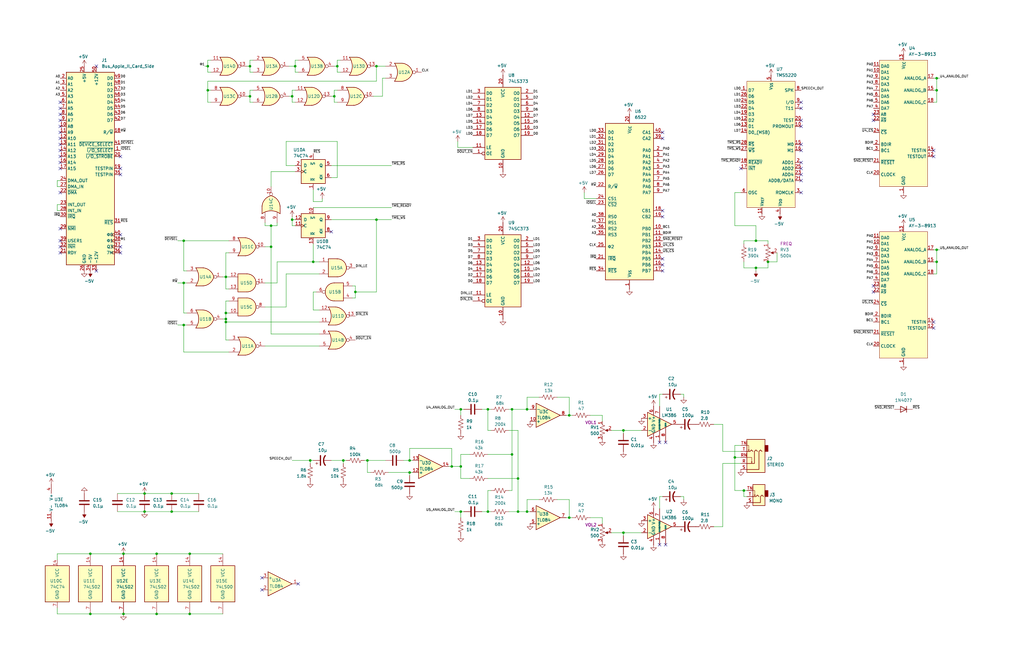
<source format=kicad_sch>
(kicad_sch (version 20231120) (generator "eeschema") (generator_version "8.0")
  (paper "USLedger")
  (title_block (title "Street Electronics ECHO+") (date "2024-07-22") (comment 2 "captured by Mark Aikens") (comment 3 "by Street Electronics Corp.") (comment 4 "Apple II Sound and Speech Synthesis card"))
  (junction (at 240.03 218.44))
  (junction (at 218.44 215.9))
  (junction (at 60.96 215.9))
  (junction (at 172.72 199.39))
  (junction (at 124.46 27.94))
  (junction (at 95.25 132.08))
  (junction (at 66.04 259.08))
  (junction (at 77.47 137.16))
  (junction (at 222.25 215.9))
  (junction (at 95.25 116.84))
  (junction (at 194.31 196.85))
  (junction (at 114.3 95.25))
  (junction (at 323.85 110.49))
  (junction (at 190.5 196.85))
  (junction (at 123.19 40.64))
  (junction (at 38.1 259.08))
  (junction (at 205.74 172.72))
  (junction (at 95.25 134.62))
  (junction (at 66.04 233.68))
  (junction (at 77.47 101.6))
  (junction (at 105.41 40.64))
  (junction (at 313.69 207.01))
  (junction (at 394.97 33.02))
  (junction (at 144.78 194.31))
  (junction (at 80.01 259.08))
  (junction (at 132.08 110.49))
  (junction (at 87.63 38.1))
  (junction (at 60.96 208.28))
  (junction (at 194.31 172.72))
  (junction (at 215.9 191.77))
  (junction (at 52.07 259.08))
  (junction (at 262.89 224.79))
  (junction (at 215.9 172.72))
  (junction (at 87.63 27.94))
  (junction (at 318.77 113.03))
  (junction (at 394.97 110.49))
  (junction (at 222.25 172.72))
  (junction (at 309.88 193.04))
  (junction (at 172.72 194.31))
  (junction (at 105.41 27.94))
  (junction (at 240.03 175.26))
  (junction (at 72.39 208.28))
  (junction (at 123.19 92.71))
  (junction (at 394.97 105.41))
  (junction (at 38.1 233.68))
  (junction (at 394.97 38.1))
  (junction (at 194.31 215.9))
  (junction (at 218.44 201.93))
  (junction (at 140.97 40.64))
  (junction (at 114.3 104.14))
  (junction (at 142.24 27.94))
  (junction (at 72.39 215.9))
  (junction (at 77.47 119.38))
  (junction (at 158.75 27.94))
  (junction (at 318.77 101.6))
  (junction (at 52.07 233.68))
  (junction (at 262.89 181.61))
  (junction (at 158.75 92.71))
  (junction (at 95.25 135.89))
  (junction (at 205.74 215.9))
  (junction (at 80.01 233.68))
  (junction (at 149.86 123.19))
  (junction (at 154.94 194.31))
  (junction (at 130.81 194.31))
  (no_connect (at 393.7 138.43))
  (no_connect (at 50.8 73.66))
  (no_connect (at 110.49 248.92))
  (no_connect (at 110.49 243.84))
  (no_connect (at 25.4 96.52))
  (no_connect (at 337.82 71.12))
  (no_connect (at 337.82 76.2))
  (no_connect (at 279.4 58.42))
  (no_connect (at 337.82 45.72))
  (no_connect (at 25.4 53.34))
  (no_connect (at 337.82 68.58))
  (no_connect (at 337.82 53.34))
  (no_connect (at 279.4 111.76))
  (no_connect (at 25.4 50.8))
  (no_connect (at 279.4 91.44))
  (no_connect (at 25.4 101.6))
  (no_connect (at 368.3 50.8))
  (no_connect (at 368.3 48.26))
  (no_connect (at 279.4 114.3))
  (no_connect (at 337.82 73.66))
  (no_connect (at 125.73 246.38))
  (no_connect (at 25.4 104.14))
  (no_connect (at 279.4 109.22))
  (no_connect (at 393.7 63.5))
  (no_connect (at 25.4 68.58))
  (no_connect (at 50.8 66.04))
  (no_connect (at 25.4 71.12))
  (no_connect (at 278.13 229.87))
  (no_connect (at 279.4 55.88))
  (no_connect (at 280.67 229.87))
  (no_connect (at 25.4 48.26))
  (no_connect (at 337.82 81.28))
  (no_connect (at 278.13 186.69))
  (no_connect (at 337.82 60.96))
  (no_connect (at 279.4 88.9))
  (no_connect (at 25.4 81.28))
  (no_connect (at 25.4 58.42))
  (no_connect (at 25.4 106.68))
  (no_connect (at 393.7 66.04))
  (no_connect (at 50.8 99.06))
  (no_connect (at 25.4 45.72))
  (no_connect (at 337.82 50.8))
  (no_connect (at 368.3 123.19))
  (no_connect (at 280.67 186.69))
  (no_connect (at 337.82 43.18))
  (no_connect (at 25.4 55.88))
  (no_connect (at 25.4 63.5))
  (no_connect (at 139.7 97.79))
  (no_connect (at 50.8 104.14))
  (no_connect (at 40.64 27.94))
  (no_connect (at 50.8 71.12))
  (no_connect (at 337.82 63.5))
  (no_connect (at 50.8 106.68))
  (no_connect (at 393.7 135.89))
  (no_connect (at 25.4 43.18))
  (no_connect (at 368.3 120.65))
  (no_connect (at 25.4 60.96))
  (no_connect (at 40.64 114.3))
  (no_connect (at 312.42 71.12))
  (no_connect (at 25.4 66.04))
  (wire (pts (xy 257.81 224.79) (xy 262.89 224.79)))
  (wire (pts (xy 87.63 43.18) (xy 88.9 43.18)))
  (wire (pts (xy 205.74 201.93) (xy 218.44 201.93)))
  (wire (pts (xy 218.44 215.9) (xy 222.25 215.9)))
  (wire (pts (xy 393.7 110.49) (xy 394.97 110.49)))
  (wire (pts (xy 288.29 210.82) (xy 288.29 209.55)))
  (wire (pts (xy 114.3 140.97) (xy 134.62 140.97)))
  (wire (pts (xy 124.46 92.71) (xy 123.19 92.71)))
  (wire (pts (xy 205.74 207.01) (xy 207.01 207.01)))
  (wire (pts (xy 288.29 209.55) (xy 287.02 209.55)))
  (wire (pts (xy 248.92 218.44) (xy 254 218.44)))
  (wire (pts (xy 80.01 259.08) (xy 93.98 259.08)))
  (wire (pts (xy 87.63 25.4) (xy 88.9 25.4)))
  (wire (pts (xy 172.72 199.39) (xy 172.72 200.66)))
  (wire (pts (xy 24.13 76.2) (xy 24.13 78.74)))
  (wire (pts (xy 313.69 207.01) (xy 313.69 209.55)))
  (wire (pts (xy 172.72 199.39) (xy 173.99 199.39)))
  (wire (pts (xy 111.76 104.14) (xy 114.3 104.14)))
  (wire (pts (xy 203.2 215.9) (xy 205.74 215.9)))
  (wire (pts (xy 144.78 194.31) (xy 146.05 194.31)))
  (wire (pts (xy 142.24 27.94) (xy 142.24 30.48)))
  (wire (pts (xy 278.13 209.55) (xy 279.4 209.55)))
  (wire (pts (xy 120.65 69.85) (xy 124.46 69.85)))
  (wire (pts (xy 121.92 40.64) (xy 123.19 40.64)))
  (wire (pts (xy 194.31 191.77) (xy 194.31 196.85)))
  (wire (pts (xy 95.25 134.62) (xy 95.25 132.08)))
  (wire (pts (xy 270.51 181.61) (xy 262.89 181.61)))
  (wire (pts (xy 161.29 33.02) (xy 162.56 33.02)))
  (wire (pts (xy 304.8 179.07) (xy 304.8 190.5)))
  (wire (pts (xy 142.24 25.4) (xy 142.24 27.94)))
  (wire (pts (xy 80.01 233.68) (xy 93.98 233.68)))
  (wire (pts (xy 304.8 222.25) (xy 300.99 222.25)))
  (wire (pts (xy 66.04 233.68) (xy 80.01 233.68)))
  (wire (pts (xy 66.04 259.08) (xy 80.01 259.08)))
  (wire (pts (xy 199.39 62.23) (xy 193.04 62.23)))
  (wire (pts (xy 105.41 30.48) (xy 106.68 30.48)))
  (wire (pts (xy 95.25 121.92) (xy 96.52 121.92)))
  (wire (pts (xy 77.47 137.16) (xy 78.74 137.16)))
  (wire (pts (xy 149.86 120.65) (xy 149.86 123.19)))
  (wire (pts (xy 74.93 137.16) (xy 77.47 137.16)))
  (wire (pts (xy 158.75 27.94) (xy 158.75 34.29)))
  (wire (pts (xy 304.8 190.5) (xy 312.42 190.5)))
  (wire (pts (xy 278.13 166.37) (xy 279.4 166.37)))
  (wire (pts (xy 87.63 34.29) (xy 158.75 34.29)))
  (wire (pts (xy 149.86 123.19) (xy 149.86 125.73)))
  (wire (pts (xy 194.31 196.85) (xy 194.31 201.93)))
  (wire (pts (xy 393.7 33.02) (xy 394.97 33.02)))
  (wire (pts (xy 318.77 113.03) (xy 318.77 114.3)))
  (wire (pts (xy 394.97 105.41) (xy 396.24 105.41)))
  (wire (pts (xy 309.88 187.96) (xy 309.88 193.04)))
  (wire (pts (xy 194.31 215.9) (xy 194.31 218.44)))
  (wire (pts (xy 140.97 27.94) (xy 142.24 27.94)))
  (wire (pts (xy 120.65 129.54) (xy 120.65 115.57)))
  (wire (pts (xy 222.25 167.64) (xy 227.33 167.64)))
  (wire (pts (xy 25.4 86.36) (xy 24.13 86.36)))
  (wire (pts (xy 191.77 215.9) (xy 194.31 215.9)))
  (wire (pts (xy 88.9 38.1) (xy 87.63 38.1)))
  (wire (pts (xy 87.63 27.94) (xy 87.63 25.4)))
  (wire (pts (xy 287.02 166.37) (xy 288.29 166.37)))
  (wire (pts (xy 52.07 259.08) (xy 66.04 259.08)))
  (wire (pts (xy 240.03 167.64) (xy 240.03 175.26)))
  (wire (pts (xy 218.44 181.61) (xy 218.44 201.93)))
  (wire (pts (xy 161.29 33.02) (xy 161.29 40.64)))
  (wire (pts (xy 154.94 194.31) (xy 162.56 194.31)))
  (wire (pts (xy 254 177.8) (xy 254 175.26)))
  (wire (pts (xy 93.98 134.62) (xy 95.25 134.62)))
  (wire (pts (xy 143.51 25.4) (xy 142.24 25.4)))
  (wire (pts (xy 132.08 130.81) (xy 134.62 130.81)))
  (wire (pts (xy 393.7 43.18) (xy 394.97 43.18)))
  (wire (pts (xy 314.96 209.55) (xy 313.69 209.55)))
  (wire (pts (xy 154.94 199.39) (xy 156.21 199.39)))
  (wire (pts (xy 203.2 172.72) (xy 205.74 172.72)))
  (wire (pts (xy 254 175.26) (xy 248.92 175.26)))
  (wire (pts (xy 222.25 172.72) (xy 223.52 172.72)))
  (wire (pts (xy 238.76 218.44) (xy 240.03 218.44)))
  (wire (pts (xy 123.19 38.1) (xy 123.19 40.64)))
  (wire (pts (xy 300.99 179.07) (xy 304.8 179.07)))
  (wire (pts (xy 132.08 102.87) (xy 132.08 110.49)))
  (wire (pts (xy 132.08 80.01) (xy 132.08 85.09)))
  (wire (pts (xy 313.69 110.49) (xy 313.69 113.03)))
  (wire (pts (xy 114.3 78.74) (xy 114.3 72.39)))
  (wire (pts (xy 278.13 214.63) (xy 278.13 209.55)))
  (wire (pts (xy 246.38 83.82) (xy 246.38 81.28)))
  (wire (pts (xy 148.59 125.73) (xy 149.86 125.73)))
  (wire (pts (xy 218.44 181.61) (xy 214.63 181.61)))
  (wire (pts (xy 215.9 172.72) (xy 215.9 191.77)))
  (wire (pts (xy 95.25 116.84) (xy 95.25 121.92)))
  (wire (pts (xy 393.7 38.1) (xy 394.97 38.1)))
  (wire (pts (xy 215.9 172.72) (xy 222.25 172.72)))
  (wire (pts (xy 139.7 92.71) (xy 158.75 92.71)))
  (wire (pts (xy 394.97 33.02) (xy 396.24 33.02)))
  (wire (pts (xy 309.88 207.01) (xy 313.69 207.01)))
  (wire (pts (xy 313.69 101.6) (xy 313.69 102.87)))
  (wire (pts (xy 135.89 85.09) (xy 132.08 85.09)))
  (wire (pts (xy 262.89 181.61) (xy 262.89 182.88)))
  (wire (pts (xy 234.95 167.64) (xy 240.03 167.64)))
  (wire (pts (xy 312.42 187.96) (xy 309.88 187.96)))
  (wire (pts (xy 327.66 106.68) (xy 327.66 110.49)))
  (wire (pts (xy 114.3 95.25) (xy 116.84 95.25)))
  (wire (pts (xy 309.88 193.04) (xy 312.42 193.04)))
  (wire (pts (xy 215.9 207.01) (xy 214.63 207.01)))
  (wire (pts (xy 123.19 40.64) (xy 123.19 43.18)))
  (wire (pts (xy 165.1 87.63) (xy 132.08 87.63)))
  (wire (pts (xy 77.47 137.16) (xy 77.47 148.59)))
  (wire (pts (xy 24.13 233.68) (xy 38.1 233.68)))
  (wire (pts (xy 74.93 119.38) (xy 77.47 119.38)))
  (wire (pts (xy 38.1 259.08) (xy 52.07 259.08)))
  (wire (pts (xy 240.03 175.26) (xy 238.76 175.26)))
  (wire (pts (xy 139.7 40.64) (xy 140.97 40.64)))
  (wire (pts (xy 121.92 27.94) (xy 124.46 27.94)))
  (wire (pts (xy 124.46 25.4) (xy 124.46 27.94)))
  (wire (pts (xy 77.47 148.59) (xy 96.52 148.59)))
  (wire (pts (xy 205.74 207.01) (xy 205.74 215.9)))
  (wire (pts (xy 72.39 208.28) (xy 83.82 208.28)))
  (wire (pts (xy 124.46 27.94) (xy 124.46 30.48)))
  (wire (pts (xy 257.81 181.61) (xy 262.89 181.61)))
  (wire (pts (xy 323.85 110.49) (xy 323.85 113.03)))
  (wire (pts (xy 134.62 110.49) (xy 132.08 110.49)))
  (wire (pts (xy 222.25 167.64) (xy 222.25 172.72)))
  (wire (pts (xy 190.5 189.23) (xy 172.72 189.23)))
  (wire (pts (xy 95.25 106.68) (xy 95.25 116.84)))
  (wire (pts (xy 95.25 127) (xy 95.25 132.08)))
  (wire (pts (xy 24.13 259.08) (xy 38.1 259.08)))
  (wire (pts (xy 172.72 189.23) (xy 172.72 194.31)))
  (wire (pts (xy 251.46 83.82) (xy 246.38 83.82)))
  (wire (pts (xy 77.47 119.38) (xy 77.47 132.08)))
  (wire (pts (xy 105.41 43.18) (xy 106.68 43.18)))
  (wire (pts (xy 116.84 95.25) (xy 116.84 93.98)))
  (wire (pts (xy 214.63 215.9) (xy 218.44 215.9)))
  (wire (pts (xy 133.35 123.19) (xy 132.08 123.19)))
  (wire (pts (xy 158.75 92.71) (xy 165.1 92.71)))
  (wire (pts (xy 215.9 191.77) (xy 215.9 207.01)))
  (wire (pts (xy 77.47 132.08) (xy 78.74 132.08)))
  (wire (pts (xy 74.93 101.6) (xy 77.47 101.6)))
  (wire (pts (xy 223.52 215.9) (xy 222.25 215.9)))
  (wire (pts (xy 88.9 30.48) (xy 87.63 30.48)))
  (wire (pts (xy 313.69 101.6) (xy 318.77 101.6)))
  (wire (pts (xy 214.63 172.72) (xy 215.9 172.72)))
  (wire (pts (xy 288.29 166.37) (xy 288.29 167.64)))
  (wire (pts (xy 154.94 199.39) (xy 154.94 194.31)))
  (wire (pts (xy 158.75 92.71) (xy 158.75 123.19)))
  (wire (pts (xy 130.81 195.58) (xy 130.81 194.31)))
  (wire (pts (xy 114.3 104.14) (xy 114.3 140.97)))
  (wire (pts (xy 124.46 95.25) (xy 123.19 95.25)))
  (wire (pts (xy 205.74 172.72) (xy 207.01 172.72)))
  (wire (pts (xy 194.31 201.93) (xy 198.12 201.93)))
  (wire (pts (xy 24.13 88.9) (xy 25.4 88.9)))
  (wire (pts (xy 394.97 110.49) (xy 394.97 105.41)))
  (wire (pts (xy 77.47 101.6) (xy 96.52 101.6)))
  (wire (pts (xy 218.44 201.93) (xy 218.44 215.9)))
  (wire (pts (xy 38.1 233.68) (xy 52.07 233.68)))
  (wire (pts (xy 114.3 72.39) (xy 124.46 72.39)))
  (wire (pts (xy 140.97 38.1) (xy 140.97 40.64)))
  (wire (pts (xy 309.88 81.28) (xy 309.88 95.25)))
  (wire (pts (xy 149.86 120.65) (xy 148.59 120.65)))
  (wire (pts (xy 49.53 215.9) (xy 60.96 215.9)))
  (wire (pts (xy 312.42 195.58) (xy 304.8 195.58)))
  (wire (pts (xy 25.4 76.2) (xy 24.13 76.2)))
  (wire (pts (xy 327.66 110.49) (xy 323.85 110.49)))
  (wire (pts (xy 96.52 106.68) (xy 95.25 106.68)))
  (wire (pts (xy 123.19 92.71) (xy 123.19 91.44)))
  (wire (pts (xy 190.5 189.23) (xy 190.5 196.85)))
  (wire (pts (xy 120.65 115.57) (xy 134.62 115.57)))
  (wire (pts (xy 140.97 40.64) (xy 140.97 43.18)))
  (wire (pts (xy 149.86 123.19) (xy 158.75 123.19)))
  (wire (pts (xy 313.69 113.03) (xy 318.77 113.03)))
  (wire (pts (xy 393.7 105.41) (xy 394.97 105.41)))
  (wire (pts (xy 111.76 129.54) (xy 120.65 129.54)))
  (wire (pts (xy 163.83 199.39) (xy 172.72 199.39)))
  (wire (pts (xy 314.96 207.01) (xy 313.69 207.01)))
  (wire (pts (xy 95.25 135.89) (xy 134.62 135.89)))
  (wire (pts (xy 205.74 181.61) (xy 207.01 181.61)))
  (wire (pts (xy 309.88 193.04) (xy 309.88 207.01)))
  (wire (pts (xy 312.42 81.28) (xy 309.88 81.28)))
  (wire (pts (xy 124.46 30.48) (xy 125.73 30.48)))
  (wire (pts (xy 153.67 194.31) (xy 154.94 194.31)))
  (wire (pts (xy 240.03 210.82) (xy 234.95 210.82)))
  (wire (pts (xy 262.89 224.79) (xy 262.89 226.06)))
  (wire (pts (xy 318.77 113.03) (xy 323.85 113.03)))
  (wire (pts (xy 111.76 119.38) (xy 116.84 119.38)))
  (wire (pts (xy 394.97 38.1) (xy 394.97 33.02)))
  (wire (pts (xy 87.63 38.1) (xy 87.63 34.29)))
  (wire (pts (xy 132.08 110.49) (xy 116.84 110.49)))
  (wire (pts (xy 86.36 27.94) (xy 87.63 27.94)))
  (wire (pts (xy 60.96 208.28) (xy 72.39 208.28)))
  (wire (pts (xy 106.68 38.1) (xy 105.41 38.1)))
  (wire (pts (xy 124.46 38.1) (xy 123.19 38.1)))
  (wire (pts (xy 60.96 215.9) (xy 72.39 215.9)))
  (wire (pts (xy 157.48 40.64) (xy 161.29 40.64)))
  (wire (pts (xy 139.7 74.93) (xy 142.24 74.93)))
  (wire (pts (xy 132.08 123.19) (xy 132.08 130.81)))
  (wire (pts (xy 105.41 27.94) (xy 105.41 30.48)))
  (wire (pts (xy 165.1 69.85) (xy 139.7 69.85)))
  (wire (pts (xy 87.63 38.1) (xy 87.63 43.18)))
  (wire (pts (xy 144.78 195.58) (xy 144.78 194.31)))
  (wire (pts (xy 318.77 101.6) (xy 323.85 101.6)))
  (wire (pts (xy 95.25 143.51) (xy 96.52 143.51)))
  (wire (pts (xy 394.97 43.18) (xy 394.97 38.1)))
  (wire (pts (xy 105.41 40.64) (xy 105.41 43.18)))
  (wire (pts (xy 95.25 135.89) (xy 95.25 134.62)))
  (wire (pts (xy 158.75 27.94) (xy 162.56 27.94)))
  (wire (pts (xy 93.98 116.84) (xy 95.25 116.84)))
  (wire (pts (xy 77.47 114.3) (xy 78.74 114.3)))
  (wire (pts (xy 95.25 116.84) (xy 96.52 116.84)))
  (wire (pts (xy 123.19 43.18) (xy 124.46 43.18)))
  (wire (pts (xy 172.72 194.31) (xy 173.99 194.31)))
  (wire (pts (xy 194.31 172.72) (xy 195.58 172.72)))
  (wire (pts (xy 130.81 194.31) (xy 132.08 194.31)))
  (wire (pts (xy 393.7 115.57) (xy 394.97 115.57)))
  (wire (pts (xy 104.14 27.94) (xy 105.41 27.94)))
  (wire (pts (xy 193.04 62.23) (xy 193.04 59.69)))
  (wire (pts (xy 240.03 210.82) (xy 240.03 218.44)))
  (wire (pts (xy 140.97 43.18) (xy 142.24 43.18)))
  (wire (pts (xy 95.25 132.08) (xy 96.52 132.08)))
  (wire (pts (xy 142.24 59.69) (xy 120.65 59.69)))
  (wire (pts (xy 170.18 194.31) (xy 172.72 194.31)))
  (wire (pts (xy 111.76 95.25) (xy 114.3 95.25)))
  (wire (pts (xy 135.89 85.09) (xy 135.89 83.82)))
  (wire (pts (xy 142.24 74.93) (xy 142.24 59.69)))
  (wire (pts (xy 222.25 210.82) (xy 222.25 215.9)))
  (wire (pts (xy 96.52 127) (xy 95.25 127)))
  (wire (pts (xy 105.41 38.1) (xy 105.41 40.64)))
  (wire (pts (xy 142.24 38.1) (xy 140.97 38.1)))
  (wire (pts (xy 24.13 86.36) (xy 24.13 88.9)))
  (wire (pts (xy 123.19 194.31) (xy 130.81 194.31)))
  (wire (pts (xy 205.74 191.77) (xy 215.9 191.77)))
  (wire (pts (xy 104.14 40.64) (xy 105.41 40.64)))
  (wire (pts (xy 123.19 95.25) (xy 123.19 92.71)))
  (wire (pts (xy 205.74 215.9) (xy 207.01 215.9)))
  (wire (pts (xy 72.39 215.9) (xy 83.82 215.9)))
  (wire (pts (xy 205.74 172.72) (xy 205.74 181.61)))
  (wire (pts (xy 111.76 93.98) (xy 111.76 95.25)))
  (wire (pts (xy 120.65 59.69) (xy 120.65 69.85)))
  (wire (pts (xy 190.5 196.85) (xy 194.31 196.85)))
  (wire (pts (xy 105.41 25.4) (xy 105.41 27.94)))
  (wire (pts (xy 142.24 30.48) (xy 143.51 30.48)))
  (wire (pts (xy 318.77 95.25) (xy 309.88 95.25)))
  (wire (pts (xy 139.7 194.31) (xy 144.78 194.31)))
  (wire (pts (xy 77.47 119.38) (xy 78.74 119.38)))
  (wire (pts (xy 116.84 110.49) (xy 116.84 119.38)))
  (wire (pts (xy 52.07 233.68) (xy 66.04 233.68)))
  (wire (pts (xy 240.03 175.26) (xy 241.3 175.26)))
  (wire (pts (xy 262.89 224.79) (xy 270.51 224.79)))
  (wire (pts (xy 24.13 78.74) (xy 25.4 78.74)))
  (wire (pts (xy 318.77 101.6) (xy 318.77 95.25)))
  (wire (pts (xy 227.33 210.82) (xy 222.25 210.82)))
  (wire (pts (xy 194.31 172.72) (xy 194.31 175.26)))
  (wire (pts (xy 304.8 195.58) (xy 304.8 222.25)))
  (wire (pts (xy 191.77 172.72) (xy 194.31 172.72)))
  (wire (pts (xy 278.13 171.45) (xy 278.13 166.37)))
  (wire (pts (xy 24.13 233.68) (xy 24.13 236.22)))
  (wire (pts (xy 87.63 30.48) (xy 87.63 27.94)))
  (wire (pts (xy 323.85 101.6) (xy 323.85 102.87)))
  (wire (pts (xy 194.31 215.9) (xy 195.58 215.9)))
  (wire (pts (xy 125.73 25.4) (xy 124.46 25.4)))
  (wire (pts (xy 189.23 196.85) (xy 190.5 196.85)))
  (wire (pts (xy 49.53 208.28) (xy 60.96 208.28)))
  (wire (pts (xy 254 218.44) (xy 254 220.98)))
  (wire (pts (xy 111.76 146.05) (xy 134.62 146.05)))
  (wire (pts (xy 240.03 218.44) (xy 241.3 218.44)))
  (wire (pts (xy 106.68 25.4) (xy 105.41 25.4)))
  (wire (pts (xy 114.3 95.25) (xy 114.3 104.14)))
  (wire (pts (xy 198.12 191.77) (xy 194.31 191.77)))
  (wire (pts (xy 24.13 256.54) (xy 24.13 259.08)))
  (wire (pts (xy 394.97 115.57) (xy 394.97 110.49)))
  (wire (pts (xy 95.25 135.89) (xy 95.25 143.51)))
  (wire (pts (xy 77.47 101.6) (xy 77.47 114.3)))
  (label "SPEECH_OUT" (at 337.82 38.1 0) (effects (font (size 1 1))))
  (label "LD7" (at 199.39 49.53 180) (effects (font (size 1 1))))
  (label "LD6" (at 312.42 53.34 180) (effects (font (size 1 1))))
  (label "D3" (at 50.8 40.64 0) (effects (font (size 1 1))))
  (label "PA6" (at 368.3 43.18 180) (effects (font (size 1 1))))
  (label "D0" (at 224.79 57.15 0) (effects (font (size 1 1))))
  (label "D5" (at 199.39 106.68 180) (effects (font (size 1 1))))
  (label "~{DOUT_EN}" (at 149.86 143.51 0) (effects (font (size 1 1))))
  (label "~{U4_CS}" (at 368.3 55.88 180) (effects (font (size 1 1))))
  (label "D7" (at 224.79 49.53 0) (effects (font (size 1 1))))
  (label "~{DOUT_EN}" (at 199.39 64.77 180) (effects (font (size 1 1))))
  (label "BC1" (at 368.3 135.89 180) (effects (font (size 1 1))))
  (label "PA0" (at 279.4 63.5 0) (effects (font (size 1 1))))
  (label "PA2" (at 368.3 105.41 180) (effects (font (size 1 1))))
  (label "LD0" (at 251.46 55.88 180) (effects (font (size 1 1))))
  (label "~{TMS_RS}" (at 312.42 60.96 180) (effects (font (size 1 1))))
  (label "PA1" (at 368.3 30.48 180) (effects (font (size 1 1))))
  (label "D1" (at 199.39 101.6 180) (effects (font (size 1 1))))
  (label "D3" (at 224.79 54.61 0) (effects (font (size 1 1))))
  (label "CLK" (at 177.8 30.48 0) (effects (font (size 1 1))))
  (label "A0" (at 251.46 91.44 180) (effects (font (size 1 1))))
  (label "U5_ANALOG_OUT" (at 396.24 105.41 0) (effects (font (size 1 1))))
  (label "PA4" (at 279.4 73.66 0) (effects (font (size 1 1))))
  (label "SPEECH_OUT" (at 123.19 194.31 180) (effects (font (size 1 1))))
  (label "BC1" (at 368.3 63.5 180) (effects (font (size 1 1))))
  (label "LD4" (at 312.42 48.26 180) (effects (font (size 1 1))))
  (label "PA7" (at 368.3 45.72 180) (effects (font (size 1 1))))
  (label "LD0" (at 199.39 57.15 180) (effects (font (size 1 1))))
  (label "PA1" (at 279.4 66.04 0) (effects (font (size 1 1))))
  (label "PA4" (at 368.3 110.49 180) (effects (font (size 1 1))))
  (label "~{TMS_WS}" (at 312.42 63.5 180) (effects (font (size 1 1))))
  (label "~{SND_RESET}" (at 279.4 101.6 0) (effects (font (size 1 1))))
  (label "~{RES}" (at 251.46 114.3 180) (effects (font (size 1 1))))
  (label "A0" (at 25.4 33.02 180) (effects (font (size 1 1))))
  (label "D4" (at 199.39 114.3 180) (effects (font (size 1 1))))
  (label "LD1" (at 199.39 39.37 180) (effects (font (size 1 1))))
  (label "D2" (at 199.39 116.84 180) (effects (font (size 1 1))))
  (label "~{TMS_WS}" (at 165.1 92.71 0) (effects (font (size 1 1))))
  (label "LD6" (at 224.79 111.76 0) (effects (font (size 1 1))))
  (label "U4_ANALOG_OUT" (at 191.77 172.72 180) (effects (font (size 1 1))))
  (label "D0" (at 199.39 119.38 180) (effects (font (size 1 1))))
  (label "PA5" (at 368.3 113.03 180) (effects (font (size 1 1))))
  (label "D1" (at 50.8 35.56 0) (effects (font (size 1 1))))
  (label "LD3" (at 251.46 63.5 180) (effects (font (size 1 1))))
  (label "DIN_LE" (at 149.86 113.03 0) (effects (font (size 1 1))))
  (label "PA2" (at 279.4 68.58 0) (effects (font (size 1 1))))
  (label "A1" (at 251.46 93.98 180) (effects (font (size 1 1))))
  (label "CLK" (at 368.3 146.05 180) (effects (font (size 1 1))))
  (label "LD5" (at 312.42 50.8 180) (effects (font (size 1 1))))
  (label "~{IOSEL}" (at 251.46 86.36 180) (effects (font (size 1 1))))
  (label "D0" (at 50.8 33.02 0) (effects (font (size 1 1))))
  (label "~{DEVSEL}" (at 50.8 60.96 0) (effects (font (size 1 1))))
  (label "LD6" (at 199.39 46.99 180) (effects (font (size 1 1))))
  (label "A2" (at 25.4 38.1 180) (effects (font (size 1 1))))
  (label "LD2" (at 224.79 116.84 0) (effects (font (size 1 1))))
  (label "LD0" (at 224.79 119.38 0) (effects (font (size 1 1))))
  (label "PA5" (at 368.3 40.64 180) (effects (font (size 1 1))))
  (label "D4" (at 50.8 43.18 0) (effects (font (size 1 1))))
  (label "D5" (at 224.79 52.07 0) (effects (font (size 1 1))))
  (label "D1" (at 224.79 39.37 0) (effects (font (size 1 1))))
  (label "D3" (at 199.39 104.14 180) (effects (font (size 1 1))))
  (label "R~{W}" (at 251.46 78.74 180) (effects (font (size 1 1))))
  (label "~{SND_RESET}" (at 377.19 172.72 180) (effects (font (size 1 1))))
  (label "D2" (at 224.79 41.91 0) (effects (font (size 1 1))))
  (label "~{U5_CS}" (at 368.3 128.27 180) (effects (font (size 1 1))))
  (label "PA5" (at 279.4 76.2 0) (effects (font (size 1 1))))
  (label "PA7" (at 279.4 81.28 0) (effects (font (size 1 1))))
  (label "PA3" (at 279.4 71.12 0) (effects (font (size 1 1))))
  (label "R~{W}" (at 74.93 119.38 180) (effects (font (size 1 1))))
  (label "LD5" (at 251.46 68.58 180) (effects (font (size 1 1))))
  (label "PA1" (at 368.3 102.87 180) (effects (font (size 1 1))))
  (label "LD4" (at 251.46 66.04 180) (effects (font (size 1 1))))
  (label "Φ1" (at 86.36 27.94 180) (effects (font (size 1 1))))
  (label "LD2" (at 199.39 41.91 180) (effects (font (size 1 1))))
  (label "~{TMS_READY}" (at 165.1 87.63 0) (effects (font (size 1 1))))
  (label "~{TMS_RS}" (at 165.1 69.85 0) (effects (font (size 1 1))))
  (label "BC1" (at 279.4 96.52 0) (effects (font (size 1 1))))
  (label "~{SND_RESET}" (at 368.3 68.58 180) (effects (font (size 1 1))))
  (label "LD0" (at 312.42 38.1 180) (effects (font (size 1 1))))
  (label "PA6" (at 368.3 115.57 180) (effects (font (size 1 1))))
  (label "CLK" (at 368.3 73.66 180) (effects (font (size 1 1))))
  (label "A3" (at 25.4 40.64 180) (effects (font (size 1 1))))
  (label "LD3" (at 199.39 54.61 180) (effects (font (size 1 1))))
  (label "PA3" (at 368.3 107.95 180) (effects (font (size 1 1))))
  (label "BDIR" (at 368.3 60.96 180) (effects (font (size 1 1))))
  (label "R~{W}" (at 50.8 55.88 0) (effects (font (size 1 1))))
  (label "LD3" (at 312.42 45.72 180) (effects (font (size 1 1))))
  (label "LD7" (at 312.42 55.88 180) (effects (font (size 1 1))))
  (label "LD3" (at 224.79 104.14 0) (effects (font (size 1 1))))
  (label "D6" (at 224.79 46.99 0) (effects (font (size 1 1))))
  (label "LD2" (at 312.42 43.18 180) (effects (font (size 1 1))))
  (label "~{RES}" (at 132.08 64.77 0) (effects (font (size 1 1))))
  (label "~{RES}" (at 384.81 172.72 0) (effects (font (size 1 1))))
  (label "U4_ANALOG_OUT" (at 396.24 33.02 0) (effects (font (size 1 1))))
  (label "~{DEVSEL}" (at 74.93 101.6 180) (effects (font (size 1 1))))
  (label "~{RES}" (at 50.8 93.98 0) (effects (font (size 1 1))))
  (label "A3" (at 251.46 99.06 180) (effects (font (size 1 1))))
  (label "~{U4_CS}" (at 279.4 104.14 0) (effects (font (size 1 1))))
  (label "LD1" (at 251.46 58.42 180) (effects (font (size 1 1))))
  (label "PA0" (at 368.3 100.33 180) (effects (font (size 1 1))))
  (label "PA0" (at 368.3 27.94 180) (effects (font (size 1 1))))
  (label "~{IOSEL}" (at 74.93 137.16 180) (effects (font (size 1 1))))
  (label "~{IOSEL}" (at 50.8 63.5 0) (effects (font (size 1 1))))
  (label "~{SND_RESET}" (at 368.3 140.97 180) (effects (font (size 1 1))))
  (label "U5_ANALOG_OUT" (at 191.77 215.9 180) (effects (font (size 1 1))))
  (label "PA7" (at 368.3 118.11 180) (effects (font (size 1 1))))
  (label "D7" (at 50.8 50.8 0) (effects (font (size 1 1))))
  (label "Φ1" (at 50.8 101.6 0) (effects (font (size 1 1))))
  (label "LD1" (at 224.79 101.6 0) (effects (font (size 1 1))))
  (label "D5" (at 50.8 45.72 0) (effects (font (size 1 1))))
  (label "LD7" (at 224.79 109.22 0) (effects (font (size 1 1))))
  (label "DIN_LE" (at 199.39 124.46 180) (effects (font (size 1 1))))
  (label "PA4" (at 368.3 38.1 180) (effects (font (size 1 1))))
  (label "LD7" (at 251.46 73.66 180) (effects (font (size 1 1))))
  (label "PA6" (at 279.4 78.74 0) (effects (font (size 1 1))))
  (label "~{TMS_READY}" (at 312.42 68.58 180) (effects (font (size 1 1))))
  (label "PA2" (at 368.3 33.02 180) (effects (font (size 1 1))))
  (label "~{IRQ}" (at 251.46 109.22 180) (effects (font (size 1 1))))
  (label "LD4" (at 224.79 114.3 0) (effects (font (size 1 1))))
  (label "A1" (at 25.4 35.56 180) (effects (font (size 1 1))))
  (label "BDIR" (at 279.4 99.06 0) (effects (font (size 1 1))))
  (label "D7" (at 199.39 109.22 180) (effects (font (size 1 1))))
  (label "LD2" (at 251.46 60.96 180) (effects (font (size 1 1))))
  (label "A2" (at 251.46 96.52 180) (effects (font (size 1 1))))
  (label "LD4" (at 199.39 44.45 180) (effects (font (size 1 1))))
  (label "LD5" (at 224.79 106.68 0) (effects (font (size 1 1))))
  (label "~{DIN_EN}" (at 149.86 133.35 0) (effects (font (size 1 1))))
  (label "CLK" (at 251.46 104.14 180) (effects (font (size 1 1))))
  (label "LD6" (at 251.46 71.12 180) (effects (font (size 1 1))))
  (label "D6" (at 50.8 48.26 0) (effects (font (size 1 1))))
  (label "~{U5_CS}" (at 279.4 106.68 0) (effects (font (size 1 1))))
  (label "~{DIN_EN}" (at 199.39 127 180) (effects (font (size 1 1))))
  (label "D4" (at 224.79 44.45 0) (effects (font (size 1 1))))
  (label "D2" (at 50.8 38.1 0) (effects (font (size 1 1))))
  (label "D6" (at 199.39 111.76 180) (effects (font (size 1 1))))
  (label "~{IRQ}" (at 25.4 91.44 180) (effects (font (size 1 1))))
  (label "LD5" (at 199.39 52.07 180) (effects (font (size 1 1))))
  (label "LD1" (at 312.42 40.64 180) (effects (font (size 1 1))))
  (label "PA3" (at 368.3 35.56 180) (effects (font (size 1 1))))
  (label "BDIR" (at 368.3 133.35 180) (effects (font (size 1 1))))
  (symbol (lib_id "74xx:74LS02") (at 86.36 116.84 0) (mirror x) (unit 1)
    (property "Reference" "U14" (at 86.614 116.84 0))
    (property "Value" "74LS02" (effects (hide yes)))
    (property "Datasheet" "http://www.ti.com/lit/gpn/sn74ls02" (effects (hide yes)))
    (property "Description" "quad 2-input NOR gate" (effects (hide yes)))
  )
  (symbol (lib_id "power:GND") (at 275.59 186.69 0) (unit 1)
    (property "Reference" "#PWR030" (effects (hide yes)))
    (property "Value" "GND" (effects (hide yes)))
    (property "Description" "Power symbol creates a global label with name \"GND\" , ground" (effects (hide yes)))
  )
  (symbol (lib_id "power:GND") (at 270.51 176.53 0) (unit 1)
    (property "Reference" "#PWR044" (effects (hide yes)))
    (property "Value" "GND" (effects (hide yes)))
    (property "Description" "Power symbol creates a global label with name \"GND\" , ground" (effects (hide yes)))
  )
  (symbol (lib_id "74xx:74LS02") (at 96.52 27.94 0) (unit 4)
    (property "Reference" "U14" (at 96.774 27.94 0))
    (property "Value" "74LS02" (effects (hide yes)))
    (property "Datasheet" "http://www.ti.com/lit/gpn/sn74ls02" (effects (hide yes)))
    (property "Description" "quad 2-input NOR gate" (effects (hide yes)))
  )
  (symbol (lib_id "power:GND") (at 194.31 226.06 0) (unit 1)
    (property "Reference" "#PWR051" (effects (hide yes)))
    (property "Value" "GND" (effects (hide yes)))
    (property "Description" "Power symbol creates a global label with name \"GND\" , ground" (effects (hide yes)))
  )
  (symbol (lib_id "Device:R_US") (at 210.82 207.01 270) (unit 1)
    (property "Reference" "R14" (at 208.534 209.804 90) (effects (justify left)))
    (property "Value" "200k" (at 208.534 212.344 90) (effects (justify left)))
    (property "Description" "Resistor, US symbol" (effects (hide yes)))
  )
  (symbol (lib_id "Device:R_Potentiometer_US") (at 254 224.79 0) (unit 1)
    (property "Reference" "RV2" (at 252.73 223.5199 0) (effects (justify right)))
    (property "Value" "500" (at 252.73 226.0599 0) (effects (justify right)))
    (property "Description" "Potentiometer, US symbol" (effects (hide yes)))
    (property "Label" "VOL2" (at 249.174 221.488 0))
  )
  (symbol (lib_id "power:+5V") (at 135.89 83.82 0) (unit 1)
    (property "Reference" "#PWR024" (effects (hide yes)))
    (property "Value" "+5V" (at 135.382 79.756 0))
    (property "Description" "Power symbol creates a global label with name \"+5V\"" (effects (hide yes)))
  )
  (symbol (lib_id "power:+5V") (at 52.07 233.68 0) (unit 1)
    (property "Reference" "#PWR06" (effects (hide yes)))
    (property "Value" "+5V" (at 51.562 229.616 0))
    (property "Description" "Power symbol creates a global label with name \"+5V\"" (effects (hide yes)))
  )
  (symbol (lib_id "power:+5V") (at 212.09 93.98 0) (unit 1)
    (property "Reference" "#PWR05" (effects (hide yes)))
    (property "Value" "+5V" (at 211.582 89.916 0))
    (property "Description" "Power symbol creates a global label with name \"+5V\"" (effects (hide yes)))
  )
  (symbol (lib_id "74xx:74LS00") (at 104.14 119.38 0) (unit 4)
    (property "Reference" "U15" (at 103.886 119.38 0))
    (property "Value" "74LS00" (effects (hide yes)))
    (property "Datasheet" "http://www.ti.com/lit/gpn/sn74ls00" (effects (hide yes)))
    (property "Description" "quad 2-input NAND gate" (effects (hide yes)))
  )
  (symbol (lib_id "power:GND") (at 321.31 90.17 0) (unit 1)
    (property "Reference" "#PWR010" (effects (hide yes)))
    (property "Value" "GND" (effects (hide yes)))
    (property "Description" "Power symbol creates a global label with name \"GND\" , ground" (effects (hide yes)))
  )
  (symbol (lib_id "power:GND") (at 254 228.6 0) (unit 1)
    (property "Reference" "#PWR042" (effects (hide yes)))
    (property "Value" "GND" (effects (hide yes)))
    (property "Description" "Power symbol creates a global label with name \"GND\" , ground" (effects (hide yes)))
  )
  (symbol (lib_id "Amplifier_Operational:TL084") (at 24.13 212.09 0) (unit 5)
    (property "Reference" "U3" (at 22.86 210.8199 0) (effects (justify left)))
    (property "Value" "TL084" (at 22.86 213.3599 0) (effects (justify left)))
    (property "Datasheet" "http://www.ti.com/lit/ds/symlink/tl081.pdf" (effects (hide yes)))
    (property "Description" "Quad JFET-Input Operational Amplifiers, DIP-14/SOIC-14/SSOP-14" (effects (hide yes)))
  )
  (symbol (lib_id "power:GND") (at 35.56 208.28 180) (unit 1)
    (property "Reference" "#PWR021" (effects (hide yes)))
    (property "Value" "GND" (effects (hide yes)))
    (property "Description" "Power symbol creates a global label with name \"GND\" , ground" (effects (hide yes)))
  )
  (symbol (lib_id "power:+5V") (at 35.56 27.94 0) (unit 1)
    (property "Reference" "#PWR01" (effects (hide yes)))
    (property "Value" "+5V" (at 35.052 23.876 0))
    (property "Description" "Power symbol creates a global label with name \"+5V\"" (effects (hide yes)))
  )
  (symbol (lib_id "power:GND") (at 275.59 229.87 0) (unit 1)
    (property "Reference" "#PWR032" (effects (hide yes)))
    (property "Value" "GND" (effects (hide yes)))
    (property "Description" "Power symbol creates a global label with name \"GND\" , ground" (effects (hide yes)))
  )
  (symbol (lib_id "74xx:74LS02") (at 114.3 86.36 90) (unit 3)
    (property "Reference" "U14" (at 114.3 86.106 0))
    (property "Value" "74LS02" (effects (hide yes)))
    (property "Datasheet" "http://www.ti.com/lit/gpn/sn74ls02" (effects (hide yes)))
    (property "Description" "quad 2-input NOR gate" (effects (hide yes)))
  )
  (symbol (lib_id "power:GND") (at 223.52 177.8 0) (unit 1)
    (property "Reference" "#PWR034" (effects (hide yes)))
    (property "Value" "GND" (effects (hide yes)))
    (property "Description" "Power symbol creates a global label with name \"GND\" , ground" (effects (hide yes)))
  )
  (symbol (lib_id "power:+5V") (at 212.09 31.75 0) (unit 1)
    (property "Reference" "#PWR04" (effects (hide yes)))
    (property "Value" "+5V" (at 211.582 27.686 0))
    (property "Description" "Power symbol creates a global label with name \"+5V\"" (effects (hide yes)))
  )
  (symbol (lib_id "Device:C_Polarized_US") (at 135.89 194.31 90) (unit 1)
    (property "Reference" "C7" (at 134.112 187.452 90) (effects (justify right)))
    (property "Value" "10µ" (at 134.112 189.992 90) (effects (justify right)))
    (property "Description" "Polarized capacitor, US symbol" (effects (hide yes)))
  )
  (symbol (lib_id "Connector_Audio:AudioJack3_SwitchTR") (at 317.5 195.58 180) (unit 1)
    (property "Reference" "J2" (at 323.342 193.548 0) (effects (justify right)))
    (property "Value" "STEREO" (at 323.342 196.088 0) (effects (justify right)))
    (property "Description" "Audio Jack, 3 Poles (Stereo / TRS), Switched TR Poles (Normalling)" (effects (hide yes)))
  )
  (symbol (lib_id "power:GND") (at 270.51 219.71 0) (unit 1)
    (property "Reference" "#PWR043" (effects (hide yes)))
    (property "Value" "GND" (effects (hide yes)))
    (property "Description" "Power symbol creates a global label with name \"GND\" , ground" (effects (hide yes)))
  )
  (symbol (lib_id "Device:R_US") (at 231.14 210.82 90) (unit 1)
    (property "Reference" "R15" (at 229.362 205.486 90) (effects (justify right)))
    (property "Value" "13k" (at 229.362 208.026 90) (effects (justify right)))
    (property "Description" "Resistor, US symbol" (effects (hide yes)))
  )
  (symbol (lib_id "Device:C") (at 83.82 212.09 0) (unit 1)
    (property "Reference" "C16" (at 87.376 210.947 0) (effects (justify left)))
    (property "Value" "0.1µ" (at 87.376 213.487 0) (effects (justify left)))
    (property "Description" "Unpolarized capacitor" (effects (hide yes)))
  )
  (symbol (lib_id "power:GND") (at 288.29 167.64 0) (unit 1)
    (property "Reference" "#PWR045" (effects (hide yes)))
    (property "Value" "GND" (effects (hide yes)))
    (property "Description" "Power symbol creates a global label with name \"GND\" , ground" (effects (hide yes)))
  )
  (symbol (lib_id "74xx:74LS00") (at 93.98 246.38 0) (unit 5)
    (property "Reference" "U15" (at 90.932 245.11 0) (effects (justify left)))
    (property "Value" "74LS00" (at 90.932 247.65 0) (effects (justify left)))
    (property "Datasheet" "http://www.ti.com/lit/gpn/sn74ls00" (effects (hide yes)))
    (property "Description" "quad 2-input NAND gate" (effects (hide yes)))
  )
  (symbol (lib_id "power:+5V") (at 246.38 81.28 0) (unit 1)
    (property "Reference" "#PWR018" (effects (hide yes)))
    (property "Value" "+5V" (at 245.872 77.216 0))
    (property "Description" "Power symbol creates a global label with name \"+5V\"" (effects (hide yes)))
  )
  (symbol (lib_id "Sound_Legacy:AY-3-8913") (at 381 52.07 0) (unit 1)
    (property "Reference" "U4" (at 383.1941 20.32 0) (effects (justify left)))
    (property "Value" "AY-3-8913" (at 383.1941 22.86 0) (effects (justify left)))
    (property "Footprint" "Package_DIP:DIP-24_W15.24mm" (effects (hide yes)))
    (property "Description" "General Instrument Programmable Sound Generator" (effects (hide yes)))
  )
  (symbol (lib_id "power:GND") (at 381 153.67 0) (unit 1)
    (property "Reference" "#PWR016" (effects (hide yes)))
    (property "Value" "GND" (effects (hide yes)))
    (property "Description" "Power symbol creates a global label with name \"GND\" , ground" (effects (hide yes)))
  )
  (symbol (lib_id "Device:C") (at 49.53 212.09 0) (unit 1)
    (property "Reference" "C12" (at 53.086 210.947 0) (effects (justify left)))
    (property "Value" "0.1µ" (at 53.086 213.487 0) (effects (justify left)))
    (property "Description" "Unpolarized capacitor" (effects (hide yes)))
  )
  (symbol (lib_id "74xx:74LS373") (at 212.09 52.07 0) (unit 1)
    (property "Reference" "U8" (at 214.2841 31.75 0) (effects (justify left)))
    (property "Value" "74LS373" (at 214.2841 34.29 0) (effects (justify left)))
    (property "Datasheet" "http://www.ti.com/lit/gpn/sn74LS373" (effects (hide yes)))
    (property "Description" "8-bit Latch, 3-state outputs" (effects (hide yes)))
  )
  (symbol (lib_id "Device:R_US") (at 245.11 175.26 90) (unit 1)
    (property "Reference" "R1" (at 246.38 169.926 90) (effects (justify left)))
    (property "Value" "47" (at 246.38 172.466 90) (effects (justify left)))
    (property "Description" "Resistor, US symbol" (effects (hide yes)))
  )
  (symbol (lib_id "Device:R_Potentiometer_US") (at 254 181.61 0) (unit 1)
    (property "Reference" "RV1" (at 252.73 180.3399 0) (effects (justify right)))
    (property "Value" "500" (at 252.73 182.8799 0) (effects (justify right)))
    (property "Description" "Potentiometer, US symbol" (effects (hide yes)))
    (property "Label" "VOL1" (at 249.174 178.308 0))
  )
  (symbol (lib_id "power:GND") (at 223.52 220.98 0) (unit 1)
    (property "Reference" "#PWR035" (effects (hide yes)))
    (property "Value" "GND" (effects (hide yes)))
    (property "Description" "Power symbol creates a global label with name \"GND\" , ground" (effects (hide yes)))
  )
  (symbol (lib_id "74xx:74LS02") (at 114.3 27.94 0) (unit 1)
    (property "Reference" "U13" (at 114.554 27.94 0))
    (property "Value" "74LS02" (effects (hide yes)))
    (property "Datasheet" "http://www.ti.com/lit/gpn/sn74ls02" (effects (hide yes)))
    (property "Description" "quad 2-input NOR gate" (effects (hide yes)))
  )
  (symbol (lib_id "Device:R_US") (at 130.81 199.39 0) (unit 1)
    (property "Reference" "R6" (at 129.286 198.374 0) (effects (justify right)))
    (property "Value" "1.8k" (at 129.286 200.914 0) (effects (justify right)))
    (property "Description" "Resistor, US symbol" (effects (hide yes)))
  )
  (symbol (lib_id "Device:C") (at 262.89 229.87 0) (unit 1)
    (property "Reference" "C3" (at 265.938 228.6 0) (effects (justify left)))
    (property "Value" "0.01µ" (at 265.938 231.14 0) (effects (justify left)))
    (property "Description" "Unpolarized capacitor" (effects (hide yes)))
  )
  (symbol (lib_id "PCM_MA_Connector_AppleII:Bus_Apple_II_Card_Side") (at 38.1 71.12 0) (unit 1) (in_bom no)
    (property "Reference" "J1" (at 42.8341 25.4 0) (effects (justify left)))
    (property "Value" "Bus_Apple_II_Card_Side" (at 42.8341 27.94 0) (effects (justify left)))
    (property "Footprint" "PCM_MA_Connector_AppleII:Peripheral_Bus_Edge" (effects (hide yes)))
    (property "Datasheet" "https://archive.org/details/Apple_II_Mini_Manual/page/n37/mode/2up" (effects (hide yes)))
    (property "Description" "Apple II bus connector. Use this symbol on the card side, i.e. for making Apple II-compatible peripheral cards." (effects (hide yes)))
  )
  (symbol (lib_id "74xx:74LS74") (at 24.13 246.38 0) (unit 3)
    (property "Reference" "U10" (at 21.082 245.11 0) (effects (justify left)))
    (property "Value" "74C74" (at 21.082 247.65 0) (effects (justify left)))
    (property "Description" "Dual D Flip-flop, Set & Reset" (effects (hide yes)))
  )
  (symbol (lib_id "Device:R_US") (at 313.69 106.68 0) (unit 1)
    (property "Reference" "R19" (at 315.214 105.41 0) (effects (justify left)))
    (property "Value" "390k" (at 315.214 107.95 0) (effects (justify left)))
    (property "Description" "Resistor, US symbol" (effects (hide yes)))
  )
  (symbol (lib_id "power:GND") (at 52.07 259.08 0) (unit 1)
    (property "Reference" "#PWR07" (effects (hide yes)))
    (property "Value" "GND" (effects (hide yes)))
    (property "Description" "Power symbol creates a global label with name \"GND\" , ground" (effects (hide yes)))
  )
  (symbol (lib_id "Device:C_Polarized_US") (at 283.21 209.55 90) (unit 1)
    (property "Reference" "C4" (at 281.686 203.2 90) (effects (justify right)))
    (property "Value" "10µ" (at 281.686 205.74 90) (effects (justify right)))
    (property "Description" "Polarized capacitor, US symbol" (effects (hide yes)))
  )
  (symbol (lib_id "Device:C") (at 199.39 215.9 90) (unit 1)
    (property "Reference" "C11" (at 197.358 209.55 90) (effects (justify right)))
    (property "Value" "0.1µ" (at 197.358 212.09 90) (effects (justify right)))
    (property "Description" "Unpolarized capacitor" (effects (hide yes)))
  )
  (symbol (lib_id "Amplifier_Audio:LM386") (at 278.13 179.07 0) (unit 1)
    (property "Reference" "U1" (at 282.194 172.72 0))
    (property "Value" "LM386" (at 282.194 175.26 0))
    (property "Datasheet" "http://www.ti.com/lit/ds/symlink/lm386.pdf" (effects (hide yes)))
    (property "Description" "Low Voltage Audio Power Amplifier, DIP-8/SOIC-8/SSOP-8" (effects (hide yes)))
  )
  (symbol (lib_id "Device:R_US") (at 210.82 215.9 90) (unit 1)
    (property "Reference" "R13" (at 208.534 218.694 90) (effects (justify right)))
    (property "Value" "68k" (at 208.534 221.234 90) (effects (justify right)))
    (property "Description" "Resistor, US symbol" (effects (hide yes)))
  )
  (symbol (lib_id "74xx:74LS74") (at 132.08 95.25 0) (unit 2)
    (property "Reference" "U10" (at 133.35 101.854 0) (effects (justify left)))
    (property "Value" "74C74" (at 133.35 104.394 0) (effects (justify left)))
    (property "Description" "Dual D Flip-flop, Set & Reset" (effects (hide yes)))
  )
  (symbol (lib_id "74xx:74LS00") (at 140.97 123.19 180) (unit 2)
    (property "Reference" "U15" (at 141.224 123.19 0))
    (property "Value" "74LS00" (effects (hide yes)))
    (property "Datasheet" "http://www.ti.com/lit/gpn/sn74ls00" (effects (hide yes)))
    (property "Description" "quad 2-input NAND gate" (effects (hide yes)))
  )
  (symbol (lib_id "power:-5V") (at 328.93 90.17 180) (unit 1)
    (property "Reference" "#PWR022" (effects (hide yes)))
    (property "Value" "-5V" (at 328.422 94.488 0))
    (property "Description" "Power symbol creates a global label with name \"-5V\"" (effects (hide yes)))
  )
  (symbol (lib_id "74xx:74LS02") (at 151.13 27.94 0) (unit 4)
    (property "Reference" "U13" (at 151.384 27.94 0))
    (property "Value" "74LS02" (effects (hide yes)))
    (property "Datasheet" "http://www.ti.com/lit/gpn/sn74ls02" (effects (hide yes)))
    (property "Description" "quad 2-input NOR gate" (effects (hide yes)))
  )
  (symbol (lib_id "74xx:74LS02") (at 52.07 246.38 0) (unit 5)
    (property "Reference" "U12" (at 49.022 245.11 0) (effects (justify left)))
    (property "Value" "74LS02" (at 49.022 247.65 0) (effects (justify left)))
    (property "Datasheet" "http://www.ti.com/lit/gpn/sn74ls02" (effects (hide yes)))
    (property "Description" "quad 2-input NOR gate" (effects (hide yes)))
  )
  (symbol (lib_id "74xx:74LS02") (at 133.35 27.94 0) (unit 2)
    (property "Reference" "U13" (at 133.604 27.94 0))
    (property "Value" "74LS02" (effects (hide yes)))
    (property "Datasheet" "http://www.ti.com/lit/gpn/sn74ls02" (effects (hide yes)))
    (property "Description" "quad 2-input NOR gate" (effects (hide yes)))
  )
  (symbol (lib_id "power:+5V") (at 325.12 31.75 0) (unit 1)
    (property "Reference" "#PWR03" (effects (hide yes)))
    (property "Value" "+5V" (at 324.612 27.686 0))
    (property "Description" "Power symbol creates a global label with name \"+5V\"" (effects (hide yes)))
  )
  (symbol (lib_id "power:+5V") (at 60.96 208.28 0) (unit 1)
    (property "Reference" "#PWR019" (effects (hide yes)))
    (property "Value" "+5V" (at 60.452 204.216 0))
    (property "Description" "Power symbol creates a global label with name \"+5V\"" (effects (hide yes)))
  )
  (symbol (lib_id "power:GND") (at 262.89 190.5 0) (unit 1)
    (property "Reference" "#PWR047" (effects (hide yes)))
    (property "Value" "GND" (effects (hide yes)))
    (property "Description" "Power symbol creates a global label with name \"GND\" , ground" (effects (hide yes)))
  )
  (symbol (lib_id "power:+5V") (at 275.59 171.45 0) (unit 1)
    (property "Reference" "#PWR031" (effects (hide yes)))
    (property "Value" "+5V" (at 275.082 167.386 0))
    (property "Description" "Power symbol creates a global label with name \"+5V\"" (effects (hide yes)))
  )
  (symbol (lib_id "Device:R_US") (at 194.31 222.25 0) (unit 1)
    (property "Reference" "R18" (at 196.596 220.98 0) (effects (justify left)))
    (property "Value" "1k" (at 196.596 223.52 0) (effects (justify left)))
    (property "Description" "Resistor, US symbol" (effects (hide yes)))
  )
  (symbol (lib_id "power:GND") (at 212.09 72.39 0) (unit 1)
    (property "Reference" "#PWR08" (effects (hide yes)))
    (property "Value" "GND" (effects (hide yes)))
    (property "Description" "Power symbol creates a global label with name \"GND\" , ground" (effects (hide yes)))
  )
  (symbol (lib_id "power:+5V") (at 21.59 204.47 0) (unit 1)
    (property "Reference" "#PWR028" (effects (hide yes)))
    (property "Value" "+5V" (at 21.082 200.406 0))
    (property "Description" "Power symbol creates a global label with name \"+5V\"" (effects (hide yes)))
  )
  (symbol (lib_id "74xx:74LS02") (at 80.01 246.38 0) (unit 5)
    (property "Reference" "U14" (at 76.962 245.11 0) (effects (justify left)))
    (property "Value" "74LS02" (at 76.962 247.65 0) (effects (justify left)))
    (property "Datasheet" "http://www.ti.com/lit/gpn/sn74ls02" (effects (hide yes)))
    (property "Description" "quad 2-input NOR gate" (effects (hide yes)))
  )
  (symbol (lib_id "Device:R_US") (at 297.18 179.07 90) (unit 1)
    (property "Reference" "R10" (at 295.402 173.99 90) (effects (justify right)))
    (property "Value" "2.8" (at 295.402 176.53 90) (effects (justify right)))
    (property "Description" "Resistor, US symbol" (effects (hide yes)))
  )
  (symbol (lib_id "power:GND") (at 265.43 121.92 0) (unit 1)
    (property "Reference" "#PWR011" (effects (hide yes)))
    (property "Value" "GND" (effects (hide yes)))
    (property "Description" "Power symbol creates a global label with name \"GND\" , ground" (effects (hide yes)))
  )
  (symbol (lib_id "74xx:74LS02") (at 132.08 40.64 0) (unit 4)
    (property "Reference" "U12" (at 132.334 40.64 0))
    (property "Value" "74LS02" (effects (hide yes)))
    (property "Datasheet" "http://www.ti.com/lit/gpn/sn74ls02" (effects (hide yes)))
    (property "Description" "quad 2-input NOR gate" (effects (hide yes)))
  )
  (symbol (lib_id "power:GND") (at 262.89 233.68 0) (unit 1)
    (property "Reference" "#PWR048" (effects (hide yes)))
    (property "Value" "GND" (effects (hide yes)))
    (property "Description" "Power symbol creates a global label with name \"GND\" , ground" (effects (hide yes)))
  )
  (symbol (lib_id "Device:R_US") (at 210.82 181.61 90) (unit 1)
    (property "Reference" "R8" (at 208.534 176.53 90) (effects (justify right)))
    (property "Value" "200k" (at 208.534 179.07 90) (effects (justify right)))
    (property "Description" "Resistor, US symbol" (effects (hide yes)))
  )
  (symbol (lib_id "power:+5V") (at 275.59 214.63 0) (unit 1)
    (property "Reference" "#PWR033" (effects (hide yes)))
    (property "Value" "+5V" (at 275.082 210.566 0))
    (property "Description" "Power symbol creates a global label with name \"+5V\"" (effects (hide yes)))
  )
  (symbol (lib_id "Sound_Legacy:AY-3-8913") (at 381 124.46 0) (unit 1)
    (property "Reference" "U5" (at 383.1941 92.71 0) (effects (justify left)))
    (property "Value" "AY-3-8913" (at 383.1941 95.25 0) (effects (justify left)))
    (property "Footprint" "Package_DIP:DIP-24_W15.24mm" (effects (hide yes)))
    (property "Description" "General Instrument Programmable Sound Generator" (effects (hide yes)))
  )
  (symbol (lib_id "Amplifier_Operational:TL084") (at 231.14 218.44 0) (mirror x) (unit 2)
    (property "Reference" "U3" (at 229.362 216.916 0))
    (property "Value" "TL084" (at 229.362 219.456 0))
    (property "Datasheet" "http://www.ti.com/lit/ds/symlink/tl081.pdf" (effects (hide yes)))
    (property "Description" "Quad JFET-Input Operational Amplifiers, DIP-14/SOIC-14/SSOP-14" (effects (hide yes)))
  )
  (symbol (lib_id "74xx:74LS02") (at 170.18 30.48 0) (unit 1)
    (property "Reference" "U12" (at 170.434 30.48 0))
    (property "Value" "74LS02" (effects (hide yes)))
    (property "Datasheet" "http://www.ti.com/lit/gpn/sn74ls02" (effects (hide yes)))
    (property "Description" "quad 2-input NOR gate" (effects (hide yes)))
  )
  (symbol (lib_id "74xx:74LS02") (at 114.3 40.64 0) (unit 2)
    (property "Reference" "U12" (at 114.554 40.64 0))
    (property "Value" "74LS02" (effects (hide yes)))
    (property "Datasheet" "http://www.ti.com/lit/gpn/sn74ls02" (effects (hide yes)))
    (property "Description" "quad 2-input NOR gate" (effects (hide yes)))
  )
  (symbol (lib_id "power:GND") (at 194.31 182.88 0) (unit 1)
    (property "Reference" "#PWR038" (effects (hide yes)))
    (property "Value" "GND" (effects (hide yes)))
    (property "Description" "Power symbol creates a global label with name \"GND\" , ground" (effects (hide yes)))
  )
  (symbol (lib_id "Device:R_US") (at 201.93 191.77 90) (unit 1)
    (property "Reference" "R16" (at 200.152 186.436 90) (effects (justify right)))
    (property "Value" "43k" (at 200.152 188.976 90) (effects (justify right)))
    (property "Description" "Resistor, US symbol" (effects (hide yes)))
  )
  (symbol (lib_id "power:+5V") (at 265.43 48.26 0) (unit 1)
    (property "Reference" "#PWR012" (effects (hide yes)))
    (property "Value" "+5V" (at 264.922 44.196 0))
    (property "Description" "Power symbol creates a global label with name \"+5V\"" (effects (hide yes)))
  )
  (symbol (lib_id "74xx:74LS74") (at 132.08 72.39 0) (unit 1)
    (property "Reference" "U10" (at 123.698 63.246 0) (effects (justify left)))
    (property "Value" "74C74" (at 123.698 65.786 0) (effects (justify left)))
    (property "Description" "Dual D Flip-flop, Set & Reset" (effects (hide yes)))
  )
  (symbol (lib_id "Amplifier_Operational:TL084") (at 181.61 196.85 0) (mirror x) (unit 4)
    (property "Reference" "U3" (at 179.832 195.326 0))
    (property "Value" "TL084" (at 179.832 197.866 0))
    (property "Datasheet" "http://www.ti.com/lit/ds/symlink/tl081.pdf" (effects (hide yes)))
    (property "Description" "Quad JFET-Input Operational Amplifiers, DIP-14/SOIC-14/SSOP-14" (effects (hide yes)))
  )
  (symbol (lib_id "74xx:74LS02") (at 149.86 40.64 0) (unit 3)
    (property "Reference" "U12" (at 150.114 40.64 0))
    (property "Value" "74LS02" (effects (hide yes)))
    (property "Datasheet" "http://www.ti.com/lit/gpn/sn74ls02" (effects (hide yes)))
    (property "Description" "quad 2-input NOR gate" (effects (hide yes)))
  )
  (symbol (lib_id "power:+5V") (at 193.04 59.69 0) (unit 1)
    (property "Reference" "#PWR026" (effects (hide yes)))
    (property "Value" "+5V" (at 192.532 55.626 0))
    (property "Description" "Power symbol creates a global label with name \"+5V\"" (effects (hide yes)))
  )
  (symbol (lib_id "Device:R_Potentiometer_US") (at 323.85 106.68 0) (unit 1)
    (property "Reference" "RV3" (at 328.93 105.41 0) (effects (justify left)))
    (property "Value" "500k" (at 328.93 107.95 0) (effects (justify left)))
    (property "Description" "Potentiometer, US symbol" (effects (hide yes)))
    (property "Label" "FREQ" (at 331.47 102.87 0))
  )
  (symbol (lib_id "74xx:74LS02") (at 38.1 246.38 0) (unit 5)
    (property "Reference" "U11" (at 35.052 245.11 0) (effects (justify left)))
    (property "Value" "74LS02" (at 35.052 247.65 0) (effects (justify left)))
    (property "Datasheet" "http://www.ti.com/lit/gpn/sn74ls02" (effects (hide yes)))
    (property "Description" "quad 2-input NOR gate" (effects (hide yes)))
  )
  (symbol (lib_id "Interface_Legacy:6522") (at 265.43 85.09 0) (unit 1)
    (property "Reference" "U6" (at 267.6241 46.99 0) (effects (justify left)))
    (property "Value" "6522" (at 267.6241 49.53 0) (effects (justify left)))
    (property "Footprint" "Package_DIP:DIP-40_W15.24mm" (effects (hide yes)))
    (property "Description" "Versatile Interface Adapter" (effects (hide yes)))
  )
  (symbol (lib_id "power:GND") (at 60.96 215.9 0) (unit 1)
    (property "Reference" "#PWR020" (effects (hide yes)))
    (property "Value" "GND" (effects (hide yes)))
    (property "Description" "Power symbol creates a global label with name \"GND\" , ground" (effects (hide yes)))
  )
  (symbol (lib_id "power:+5V") (at 123.19 91.44 0) (unit 1)
    (property "Reference" "#PWR025" (effects (hide yes)))
    (property "Value" "+5V" (at 122.682 87.376 0))
    (property "Description" "Power symbol creates a global label with name \"+5V\"" (effects (hide yes)))
  )
  (symbol (lib_id "power:-5V") (at 38.1 114.3 180) (unit 1)
    (property "Reference" "#PWR017" (effects (hide yes)))
    (property "Value" "-5V" (at 37.592 118.618 0))
    (property "Description" "Power symbol creates a global label with name \"-5V\"" (effects (hide yes)))
  )
  (symbol (lib_id "Device:R_US") (at 231.14 167.64 90) (unit 1)
    (property "Reference" "R12" (at 233.172 162.306 90) (effects (justify left)))
    (property "Value" "13k" (at 233.172 164.846 90) (effects (justify left)))
    (property "Description" "Resistor, US symbol" (effects (hide yes)))
  )
  (symbol (lib_id "power:GND") (at 381 81.28 0) (unit 1)
    (property "Reference" "#PWR015" (effects (hide yes)))
    (property "Value" "GND" (effects (hide yes)))
    (property "Description" "Power symbol creates a global label with name \"GND\" , ground" (effects (hide yes)))
  )
  (symbol (lib_id "74xx:74LS02") (at 104.14 146.05 0) (mirror x) (unit 1)
    (property "Reference" "U11" (at 104.394 146.05 0))
    (property "Value" "74LS02" (effects (hide yes)))
    (property "Datasheet" "http://www.ti.com/lit/gpn/sn74ls02" (effects (hide yes)))
    (property "Description" "quad 2-input NOR gate" (effects (hide yes)))
  )
  (symbol (lib_id "power:-5V") (at 21.59 219.71 180) (unit 1)
    (property "Reference" "#PWR029" (effects (hide yes)))
    (property "Value" "-5V" (at 21.082 224.028 0))
    (property "Description" "Power symbol creates a global label with name \"-5V\"" (effects (hide yes)))
  )
  (symbol (lib_id "74xx:74LS02") (at 104.14 104.14 0) (unit 3)
    (property "Reference" "U11" (at 104.394 104.14 0))
    (property "Value" "74LS02" (effects (hide yes)))
    (property "Datasheet" "http://www.ti.com/lit/gpn/sn74ls02" (effects (hide yes)))
    (property "Description" "quad 2-input NOR gate" (effects (hide yes)))
  )
  (symbol (lib_id "Device:D") (at 381 172.72 180) (unit 1)
    (property "Reference" "D1" (at 381 166.37 0))
    (property "Value" "1N40??" (at 381 168.91 0))
    (property "Description" "Diode" (effects (hide yes)))
    (property "Sim.Device" "D" (effects (hide yes)))
    (property "Sim.Pins" "1=K 2=A" (effects (hide yes)))
  )
  (symbol (lib_id "Device:C") (at 72.39 212.09 0) (unit 1)
    (property "Reference" "C14" (at 75.946 210.947 0) (effects (justify left)))
    (property "Value" "0.1µ" (at 75.946 213.487 0) (effects (justify left)))
    (property "Description" "Unpolarized capacitor" (effects (hide yes)))
  )
  (symbol (lib_id "74xx:74LS02") (at 142.24 143.51 0) (mirror x) (unit 2)
    (property "Reference" "U14" (at 142.494 143.51 0))
    (property "Value" "74LS02" (effects (hide yes)))
    (property "Datasheet" "http://www.ti.com/lit/gpn/sn74ls02" (effects (hide yes)))
    (property "Description" "quad 2-input NOR gate" (effects (hide yes)))
  )
  (symbol (lib_id "Device:R_US") (at 194.31 179.07 0) (unit 1)
    (property "Reference" "R9" (at 196.596 177.8 0) (effects (justify left)))
    (property "Value" "1k" (at 196.596 180.34 0) (effects (justify left)))
    (property "Description" "Resistor, US symbol" (effects (hide yes)))
  )
  (symbol (lib_id "Device:C") (at 262.89 186.69 0) (unit 1)
    (property "Reference" "C1" (at 265.938 185.42 0) (effects (justify left)))
    (property "Value" "0.01µ" (at 265.938 187.96 0) (effects (justify left)))
    (property "Description" "Unpolarized capacitor" (effects (hide yes)))
  )
  (symbol (lib_id "Device:C_Polarized_US") (at 289.56 222.25 90) (unit 1)
    (property "Reference" "C6" (at 287.528 216.154 90) (effects (justify right)))
    (property "Value" "100µ" (at 287.528 218.694 90) (effects (justify right)))
    (property "Description" "Polarized capacitor, US symbol" (effects (hide yes)))
  )
  (symbol (lib_id "power:-5V") (at 318.77 114.3 180) (unit 1)
    (property "Reference" "#PWR027" (effects (hide yes)))
    (property "Value" "-5V" (at 318.262 118.618 0))
    (property "Description" "Power symbol creates a global label with name \"-5V\"" (effects (hide yes)))
  )
  (symbol (lib_id "power:GND") (at 144.78 203.2 0) (unit 1)
    (property "Reference" "#PWR037" (effects (hide yes)))
    (property "Value" "GND" (effects (hide yes)))
    (property "Description" "Power symbol creates a global label with name \"GND\" , ground" (effects (hide yes)))
  )
  (symbol (lib_id "power:GND") (at 130.81 203.2 0) (unit 1)
    (property "Reference" "#PWR036" (effects (hide yes)))
    (property "Value" "GND" (effects (hide yes)))
    (property "Description" "Power symbol creates a global label with name \"GND\" , ground" (effects (hide yes)))
  )
  (symbol (lib_id "Connector_Audio:AudioJack2_SwitchT") (at 320.04 209.55 180) (unit 1)
    (property "Reference" "J3" (at 325.628 208.788 0))
    (property "Value" "MONO" (at 327.152 211.328 0))
    (property "Description" "Audio Jack, 2 Poles (Mono / TS), Switched T Pole (Normalling)" (effects (hide yes)))
  )
  (symbol (lib_id "Device:C") (at 166.37 194.31 90) (unit 1)
    (property "Reference" "C8" (at 164.084 187.96 90) (effects (justify right)))
    (property "Value" "500p" (at 164.084 190.5 90) (effects (justify right)))
    (property "Description" "Unpolarized capacitor" (effects (hide yes)))
  )
  (symbol (lib_id "Device:C_Polarized_US") (at 289.56 179.07 90) (unit 1)
    (property "Reference" "C5" (at 287.528 172.72 90) (effects (justify right)))
    (property "Value" "100µ" (at 287.528 175.26 90) (effects (justify right)))
    (property "Description" "Polarized capacitor, US symbol" (effects (hide yes)))
  )
  (symbol (lib_id "Device:R_US") (at 245.11 218.44 90) (unit 1)
    (property "Reference" "R2" (at 246.38 213.106 90) (effects (justify left)))
    (property "Value" "47" (at 246.38 215.646 90) (effects (justify left)))
    (property "Description" "Resistor, US symbol" (effects (hide yes)))
  )
  (symbol (lib_id "Device:C") (at 35.56 212.09 0) (unit 1)
    (property "Reference" "C15" (at 39.116 210.947 0) (effects (justify left)))
    (property "Value" "0.1µ" (at 39.116 213.487 0) (effects (justify left)))
    (property "Description" "Unpolarized capacitor" (effects (hide yes)))
  )
  (symbol (lib_id "Amplifier_Operational:TL084") (at 118.11 246.38 0) (unit 1)
    (property "Reference" "U3" (at 116.586 244.856 0))
    (property "Value" "TL084" (at 116.586 247.396 0))
    (property "Datasheet" "http://www.ti.com/lit/ds/symlink/tl081.pdf" (effects (hide yes)))
    (property "Description" "Quad JFET-Input Operational Amplifiers, DIP-14/SOIC-14/SSOP-14" (effects (hide yes)))
  )
  (symbol (lib_id "Device:R_US") (at 297.18 222.25 90) (unit 1)
    (property "Reference" "R11" (at 295.402 217.17 90) (effects (justify right)))
    (property "Value" "2.8" (at 295.402 219.71 90) (effects (justify right)))
    (property "Description" "Resistor, US symbol" (effects (hide yes)))
  )
  (symbol (lib_id "Sound_Legacy:TMS5220") (at 325.12 60.96 0) (unit 1)
    (property "Reference" "U7" (at 327.3141 29.21 0) (effects (justify left)))
    (property "Value" "TMS5220" (at 327.3141 31.75 0) (effects (justify left)))
    (property "Footprint" "Package_DIP:DIP-28_W15.24mm" (effects (hide yes)))
    (property "Description" "Voice Synthesis Processor" (effects (hide yes)))
  )
  (symbol (lib_id "power:-5V") (at 35.56 215.9 180) (unit 1)
    (property "Reference" "#PWR023" (effects (hide yes)))
    (property "Value" "-5V" (at 35.052 220.218 0))
    (property "Description" "Power symbol creates a global label with name \"-5V\"" (effects (hide yes)))
  )
  (symbol (lib_id "Device:R_US") (at 210.82 172.72 90) (unit 1)
    (property "Reference" "R7" (at 209.042 167.64 90) (effects (justify right)))
    (property "Value" "68k" (at 209.042 170.18 90) (effects (justify right)))
    (property "Description" "Resistor, US symbol" (effects (hide yes)))
  )
  (symbol (lib_id "power:GND") (at 312.42 198.12 0) (unit 1)
    (property "Reference" "#PWR049" (effects (hide yes)))
    (property "Value" "GND" (effects (hide yes)))
    (property "Description" "Power symbol creates a global label with name \"GND\" , ground" (effects (hide yes)))
  )
  (symbol (lib_id "power:GND") (at 254 185.42 0) (unit 1)
    (property "Reference" "#PWR041" (effects (hide yes)))
    (property "Value" "GND" (effects (hide yes)))
    (property "Description" "Power symbol creates a global label with name \"GND\" , ground" (effects (hide yes)))
  )
  (symbol (lib_id "74xx:74LS02") (at 96.52 40.64 0) (unit 3)
    (property "Reference" "U13" (at 96.774 40.64 0))
    (property "Value" "74LS02" (effects (hide yes)))
    (property "Datasheet" "http://www.ti.com/lit/gpn/sn74ls02" (effects (hide yes)))
    (property "Description" "quad 2-input NOR gate" (effects (hide yes)))
  )
  (symbol (lib_id "power:+5V") (at 381 95.25 0) (unit 1)
    (property "Reference" "#PWR014" (effects (hide yes)))
    (property "Value" "+5V" (at 380.492 91.186 0))
    (property "Description" "Power symbol creates a global label with name \"+5V\"" (effects (hide yes)))
  )
  (symbol (lib_id "Amplifier_Operational:TL084") (at 231.14 175.26 0) (mirror x) (unit 3)
    (property "Reference" "U3" (at 229.362 173.736 0))
    (property "Value" "TL084" (at 229.362 176.276 0))
    (property "Datasheet" "http://www.ti.com/lit/ds/symlink/tl081.pdf" (effects (hide yes)))
    (property "Description" "Quad JFET-Input Operational Amplifiers, DIP-14/SOIC-14/SSOP-14" (effects (hide yes)))
  )
  (symbol (lib_id "power:GND") (at 172.72 208.28 0) (unit 1)
    (property "Reference" "#PWR040" (effects (hide yes)))
    (property "Value" "GND" (effects (hide yes)))
    (property "Description" "Power symbol creates a global label with name \"GND\" , ground" (effects (hide yes)))
  )
  (symbol (lib_id "power:+5V") (at 381 22.86 0) (unit 1)
    (property "Reference" "#PWR013" (effects (hide yes)))
    (property "Value" "+5V" (at 380.492 18.796 0))
    (property "Description" "Power symbol creates a global label with name \"+5V\"" (effects (hide yes)))
  )
  (symbol (lib_id "Device:C") (at 172.72 204.47 0) (unit 1)
    (property "Reference" "C9" (at 169.926 203.2 0) (effects (justify right)))
    (property "Value" "500p" (at 169.926 205.74 0) (effects (justify right)))
    (property "Description" "Unpolarized capacitor" (effects (hide yes)))
  )
  (symbol (lib_id "Device:R_US") (at 201.93 201.93 270) (unit 1)
    (property "Reference" "R17" (at 200.152 196.596 90) (effects (justify left)))
    (property "Value" "43k" (at 200.152 199.136 90) (effects (justify left)))
    (property "Description" "Resistor, US symbol" (effects (hide yes)))
  )
  (symbol (lib_id "74xx:74LS02") (at 66.04 246.38 0) (unit 5)
    (property "Reference" "U13" (at 62.992 245.11 0) (effects (justify left)))
    (property "Value" "74LS02" (at 62.992 247.65 0) (effects (justify left)))
    (property "Datasheet" "http://www.ti.com/lit/gpn/sn74ls02" (effects (hide yes)))
    (property "Description" "quad 2-input NOR gate" (effects (hide yes)))
  )
  (symbol (lib_id "Device:C") (at 60.96 212.09 0) (unit 1)
    (property "Reference" "C13" (at 64.516 210.947 0) (effects (justify left)))
    (property "Value" "0.1µ" (at 64.516 213.487 0) (effects (justify left)))
    (property "Description" "Unpolarized capacitor" (effects (hide yes)))
  )
  (symbol (lib_id "Amplifier_Audio:LM386") (at 278.13 222.25 0) (unit 1)
    (property "Reference" "U2" (at 282.194 215.9 0))
    (property "Value" "LM386" (at 282.194 218.44 0))
    (property "Datasheet" "http://www.ti.com/lit/ds/symlink/lm386.pdf" (effects (hide yes)))
    (property "Description" "Low Voltage Audio Power Amplifier, DIP-8/SOIC-8/SSOP-8" (effects (hide yes)))
  )
  (symbol (lib_id "Device:R_US") (at 160.02 199.39 90) (unit 1)
    (property "Reference" "R3" (at 157.988 202.184 90) (effects (justify right)))
    (property "Value" "68k" (at 157.988 204.724 90) (effects (justify right)))
    (property "Description" "Resistor, US symbol" (effects (hide yes)))
  )
  (symbol (lib_id "power:GND") (at 288.29 210.82 0) (unit 1)
    (property "Reference" "#PWR046" (effects (hide yes)))
    (property "Value" "GND" (effects (hide yes)))
    (property "Description" "Power symbol creates a global label with name \"GND\" , ground" (effects (hide yes)))
  )
  (symbol (lib_id "power:GND") (at 212.09 134.62 0) (unit 1)
    (property "Reference" "#PWR09" (effects (hide yes)))
    (property "Value" "GND" (effects (hide yes)))
    (property "Description" "Power symbol creates a global label with name \"GND\" , ground" (effects (hide yes)))
  )
  (symbol (lib_id "Device:R_US") (at 144.78 199.39 0) (unit 1)
    (property "Reference" "R5" (at 143.002 198.374 0) (effects (justify right)))
    (property "Value" "10k" (at 143.002 200.914 0) (effects (justify right)))
    (property "Description" "Resistor, US symbol" (effects (hide yes)))
  )
  (symbol (lib_id "74xx:74LS373") (at 212.09 114.3 0) (unit 1)
    (property "Reference" "U9" (at 214.2841 93.98 0) (effects (justify left)))
    (property "Value" "74SC373" (at 214.2841 96.52 0) (effects (justify left)))
    (property "Description" "8-bit Latch, 3-state outputs" (effects (hide yes)))
  )
  (symbol (lib_id "Device:C") (at 199.39 172.72 90) (unit 1)
    (property "Reference" "C10" (at 197.358 166.37 90) (effects (justify right)))
    (property "Value" "0.1µ" (at 197.358 168.91 90) (effects (justify right)))
    (property "Description" "Unpolarized capacitor" (effects (hide yes)))
  )
  (symbol (lib_id "power:GND") (at 35.56 114.3 0) (unit 1)
    (property "Reference" "#PWR02" (effects (hide yes)))
    (property "Value" "GND" (effects (hide yes)))
    (property "Description" "Power symbol creates a global label with name \"GND\" , ground" (effects (hide yes)))
  )
  (symbol (lib_id "Device:R_US") (at 149.86 194.31 90) (unit 1)
    (property "Reference" "R4" (at 147.32 189.23 90) (effects (justify right)))
    (property "Value" "100k" (at 147.32 191.77 90) (effects (justify right)))
    (property "Description" "Resistor, US symbol" (effects (hide yes)))
  )
  (symbol (lib_id "74xx:74LS00") (at 142.24 113.03 0) (unit 1)
    (property "Reference" "U15" (at 141.986 113.03 0))
    (property "Value" "74LS00" (effects (hide yes)))
    (property "Datasheet" "http://www.ti.com/lit/gpn/sn74ls00" (effects (hide yes)))
    (property "Description" "quad 2-input NAND gate" (effects (hide yes)))
  )
  (symbol (lib_id "Device:C_Polarized_US") (at 283.21 166.37 90) (unit 1)
    (property "Reference" "C2" (at 281.686 159.766 90) (effects (justify right)))
    (property "Value" "10µ" (at 281.686 162.306 90) (effects (justify right)))
    (property "Description" "Polarized capacitor, US symbol" (effects (hide yes)))
  )
  (symbol (lib_id "74xx:74LS02") (at 142.24 133.35 0) (mirror x) (unit 4)
    (property "Reference" "U11" (at 142.494 133.35 0))
    (property "Value" "74LS02" (effects (hide yes)))
    (property "Datasheet" "http://www.ti.com/lit/gpn/sn74ls02" (effects (hide yes)))
    (property "Description" "quad 2-input NOR gate" (effects (hide yes)))
  )
  (symbol (lib_id "74xx:74LS02") (at 86.36 134.62 0) (mirror x) (unit 2)
    (property "Reference" "U11" (at 86.614 134.62 0))
    (property "Value" "74LS02" (effects (hide yes)))
    (property "Datasheet" "http://www.ti.com/lit/gpn/sn74ls02" (effects (hide yes)))
    (property "Description" "quad 2-input NOR gate" (effects (hide yes)))
  )
  (symbol (lib_id "power:GND") (at 314.96 212.09 0) (unit 1)
    (property "Reference" "#PWR050" (effects (hide yes)))
    (property "Value" "GND" (effects (hide yes)))
    (property "Description" "Power symbol creates a global label with name \"GND\" , ground" (effects (hide yes)))
  )
  (symbol (lib_id "74xx:74LS00") (at 104.14 129.54 0) (unit 3)
    (property "Reference" "U15" (at 103.886 129.54 0))
    (property "Value" "74LS00" (effects (hide yes)))
    (property "Datasheet" "http://www.ti.com/lit/gpn/sn74ls00" (effects (hide yes)))
    (property "Description" "quad 2-input NAND gate" (effects (hide yes)))
  )
)
</source>
